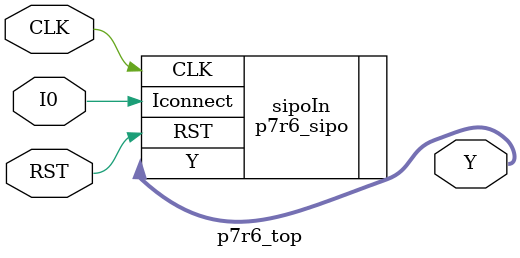
<source format=v>
`timescale 1ns / 1ps


module p7r6_top(
    input CLK, RST, I0,
    output [7:0] Y
    );
    p7r6_sipo sipoIn (.Iconnect(I0),.CLK(CLK),.RST(RST),.Y(Y));
endmodule

</source>
